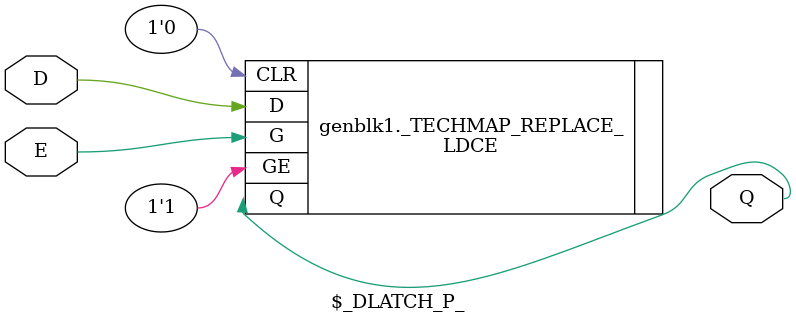
<source format=v>
/*
 *  yosys -- Yosys Open SYnthesis Suite
 *
 *  Copyright (C) 2012  Clifford Wolf <clifford@clifford.at>
 *
 *  Permission to use, copy, modify, and/or distribute this software for any
 *  purpose with or without fee is hereby granted, provided that the above
 *  copyright notice and this permission notice appear in all copies.
 *
 *  THE SOFTWARE IS PROVIDED "AS IS" AND THE AUTHOR DISCLAIMS ALL WARRANTIES
 *  WITH REGARD TO THIS SOFTWARE INCLUDING ALL IMPLIED WARRANTIES OF
 *  MERCHANTABILITY AND FITNESS. IN NO EVENT SHALL THE AUTHOR BE LIABLE FOR
 *  ANY SPECIAL, DIRECT, INDIRECT, OR CONSEQUENTIAL DAMAGES OR ANY DAMAGES
 *  WHATSOEVER RESULTING FROM LOSS OF USE, DATA OR PROFITS, WHETHER IN AN
 *  ACTION OF CONTRACT, NEGLIGENCE OR OTHER TORTIOUS ACTION, ARISING OUT OF
 *  OR IN CONNECTION WITH THE USE OR PERFORMANCE OF THIS SOFTWARE.
 *
 */

// ============================================================================
// FF mapping for Spartan 6.  The primitives used are the same as Series 7,
// but with one major difference: the initial value is implied by the
// primitive type used (FFs with reset pin must have INIT set to 0 or x, FFs
// with set pin must have INIT set to 1 or x).  For Yosys primitives without
// set/reset, this means we have to pick the primitive type based on the INIT
// value.

`ifndef _NO_FFS

module  \$_DFF_N_   (input D, C, output Q);
  parameter [0:0] _TECHMAP_WIREINIT_Q_ = 1'bx;
  generate if (_TECHMAP_WIREINIT_Q_ === 1'b1)
    FDSE_1 #(.INIT(_TECHMAP_WIREINIT_Q_)) _TECHMAP_REPLACE_ (.D(D), .Q(Q), .C(C), .CE(1'b1), .S(1'b0));
  else
    FDRE_1 #(.INIT(_TECHMAP_WIREINIT_Q_)) _TECHMAP_REPLACE_ (.D(D), .Q(Q), .C(C), .CE(1'b1), .R(1'b0));
  endgenerate
  wire _TECHMAP_REMOVEINIT_Q_ = 1;
endmodule
module  \$_DFF_P_   (input D, C, output Q);
  parameter [0:0] _TECHMAP_WIREINIT_Q_ = 1'bx;
  generate if (_TECHMAP_WIREINIT_Q_ === 1'b1)
    FDSE   #(.INIT(_TECHMAP_WIREINIT_Q_)) _TECHMAP_REPLACE_ (.D(D), .Q(Q), .C(C), .CE(1'b1), .S(1'b0));
  else
    FDRE   #(.INIT(_TECHMAP_WIREINIT_Q_)) _TECHMAP_REPLACE_ (.D(D), .Q(Q), .C(C), .CE(1'b1), .R(1'b0));
  endgenerate
  wire _TECHMAP_REMOVEINIT_Q_ = 1;
endmodule

module  \$_DFFE_NP_ (input D, C, E, output Q);
  parameter [0:0] _TECHMAP_WIREINIT_Q_ = 1'bx;
  generate if (_TECHMAP_WIREINIT_Q_ === 1'b1)
    FDSE_1 #(.INIT(_TECHMAP_WIREINIT_Q_)) _TECHMAP_REPLACE_ (.D(D), .Q(Q), .C(C), .CE(E),    .S(1'b0));
  else
    FDRE_1 #(.INIT(_TECHMAP_WIREINIT_Q_)) _TECHMAP_REPLACE_ (.D(D), .Q(Q), .C(C), .CE(E),    .R(1'b0));
  endgenerate
  wire _TECHMAP_REMOVEINIT_Q_ = 1;
endmodule
module  \$_DFFE_PP_ (input D, C, E, output Q);
  parameter [0:0] _TECHMAP_WIREINIT_Q_ = 1'bx;
  generate if (_TECHMAP_WIREINIT_Q_ === 1'b1)
    FDSE   #(.INIT(_TECHMAP_WIREINIT_Q_)) _TECHMAP_REPLACE_ (.D(D), .Q(Q), .C(C), .CE(E),    .S(1'b0));
  else
    FDRE   #(.INIT(_TECHMAP_WIREINIT_Q_)) _TECHMAP_REPLACE_ (.D(D), .Q(Q), .C(C), .CE(E),    .R(1'b0));
  endgenerate
  wire _TECHMAP_REMOVEINIT_Q_ = 1;
endmodule

module  \$_DFF_NN0_ (input D, C, R, output Q);
  parameter [0:0] _TECHMAP_WIREINIT_Q_ = 1'bx;
  generate if (_TECHMAP_WIREINIT_Q_ === 1'b1)
    $error("Spartan 6 doesn't support FFs with asynchronous reset initialized to 1");
  else
    FDCE_1 #(.INIT(_TECHMAP_WIREINIT_Q_)) _TECHMAP_REPLACE_ (.D(D), .Q(Q), .C(C), .CE(1'b1), .CLR(!R));
  endgenerate
  wire _TECHMAP_REMOVEINIT_Q_ = 1;
endmodule
module  \$_DFF_NP0_ (input D, C, R, output Q);
  parameter [0:0] _TECHMAP_WIREINIT_Q_ = 1'bx;
  generate if (_TECHMAP_WIREINIT_Q_ === 1'b1)
    $error("Spartan 6 doesn't support FFs with asynchronous reset initialized to 1");
  else
    FDCE_1 #(.INIT(_TECHMAP_WIREINIT_Q_)) _TECHMAP_REPLACE_ (.D(D), .Q(Q), .C(C), .CE(1'b1), .CLR( R));
  endgenerate
  wire _TECHMAP_REMOVEINIT_Q_ = 1;
endmodule
module  \$_DFF_PN0_ (input D, C, R, output Q);
  parameter [0:0] _TECHMAP_WIREINIT_Q_ = 1'bx;
  generate if (_TECHMAP_WIREINIT_Q_ === 1'b1)
    $error("Spartan 6 doesn't support FFs with asynchronous reset initialized to 1");
  else
    FDCE   #(.INIT(_TECHMAP_WIREINIT_Q_)) _TECHMAP_REPLACE_ (.D(D), .Q(Q), .C(C), .CE(1'b1), .CLR(!R));
  endgenerate
  wire _TECHMAP_REMOVEINIT_Q_ = 1;
endmodule
module  \$_DFF_PP0_ (input D, C, R, output Q);
  parameter [0:0] _TECHMAP_WIREINIT_Q_ = 1'bx;
  generate if (_TECHMAP_WIREINIT_Q_ === 1'b1)
    $error("Spartan 6 doesn't support FFs with asynchronous reset initialized to 1");
  else
    FDCE   #(.INIT(_TECHMAP_WIREINIT_Q_)) _TECHMAP_REPLACE_ (.D(D), .Q(Q), .C(C), .CE(1'b1), .CLR( R));
  endgenerate
  wire _TECHMAP_REMOVEINIT_Q_ = 1;
endmodule

module  \$_DFF_NN1_ (input D, C, R, output Q);
  parameter [0:0] _TECHMAP_WIREINIT_Q_ = 1'bx;
  generate if (_TECHMAP_WIREINIT_Q_ === 1'b0)
    $error("Spartan 6 doesn't support FFs with asynchronous set initialized to 0");
  else
    FDPE_1 #(.INIT(_TECHMAP_WIREINIT_Q_)) _TECHMAP_REPLACE_ (.D(D), .Q(Q), .C(C), .CE(1'b1), .PRE(!R));
  endgenerate
  wire _TECHMAP_REMOVEINIT_Q_ = 1;
endmodule
module  \$_DFF_NP1_ (input D, C, R, output Q);
  parameter [0:0] _TECHMAP_WIREINIT_Q_ = 1'bx;
  generate if (_TECHMAP_WIREINIT_Q_ === 1'b0)
    $error("Spartan 6 doesn't support FFs with asynchronous set initialized to 0");
  else
    FDPE_1 #(.INIT(_TECHMAP_WIREINIT_Q_)) _TECHMAP_REPLACE_ (.D(D), .Q(Q), .C(C), .CE(1'b1), .PRE( R));
  endgenerate
  wire _TECHMAP_REMOVEINIT_Q_ = 1;
endmodule
module  \$_DFF_PN1_ (input D, C, R, output Q);
  parameter [0:0] _TECHMAP_WIREINIT_Q_ = 1'bx;
  generate if (_TECHMAP_WIREINIT_Q_ === 1'b0)
    $error("Spartan 6 doesn't support FFs with asynchronous set initialized to 0");
  else
    FDPE   #(.INIT(_TECHMAP_WIREINIT_Q_)) _TECHMAP_REPLACE_ (.D(D), .Q(Q), .C(C), .CE(1'b1), .PRE(!R));
  endgenerate
  wire _TECHMAP_REMOVEINIT_Q_ = 1;
endmodule
module  \$_DFF_PP1_ (input D, C, R, output Q);
  parameter [0:0] _TECHMAP_WIREINIT_Q_ = 1'bx;
  generate if (_TECHMAP_WIREINIT_Q_ === 1'b0)
    $error("Spartan 6 doesn't support FFs with asynchronous set initialized to 0");
  else
    FDPE   #(.INIT(_TECHMAP_WIREINIT_Q_)) _TECHMAP_REPLACE_ (.D(D), .Q(Q), .C(C), .CE(1'b1), .PRE( R));
  endgenerate
  wire _TECHMAP_REMOVEINIT_Q_ = 1;
endmodule

module  \$_DLATCH_N_ (input E, D, output Q);
  parameter _TECHMAP_WIREINIT_Q_ = 1'bx;
  generate if (_TECHMAP_WIREINIT_Q_ === 1'b1)
    LDPE #(.INIT(_TECHMAP_WIREINIT_Q_), .IS_G_INVERTED(1'b1)) _TECHMAP_REPLACE_ (.D(D), .Q(Q), .G(E), .GE(1'b1), .PRE(1'b0));
  else
    LDCE #(.INIT(_TECHMAP_WIREINIT_Q_), .IS_G_INVERTED(1'b1)) _TECHMAP_REPLACE_ (.D(D), .Q(Q), .G(E), .GE(1'b1), .CLR(1'b0));
  endgenerate
  wire _TECHMAP_REMOVEINIT_Q_ = 1;
endmodule
module  \$_DLATCH_P_ (input E, D, output Q);
  parameter _TECHMAP_WIREINIT_Q_ = 1'bx;
  generate if (_TECHMAP_WIREINIT_Q_ === 1'b1)
    LDPE #(.INIT(_TECHMAP_WIREINIT_Q_)) _TECHMAP_REPLACE_ (.D(D), .Q(Q), .G(E), .GE(1'b1), .PRE(1'b0));
  else
    LDCE #(.INIT(_TECHMAP_WIREINIT_Q_)) _TECHMAP_REPLACE_ (.D(D), .Q(Q), .G(E), .GE(1'b1), .CLR(1'b0));
  endgenerate
  wire _TECHMAP_REMOVEINIT_Q_ = 1;
endmodule

`endif


</source>
